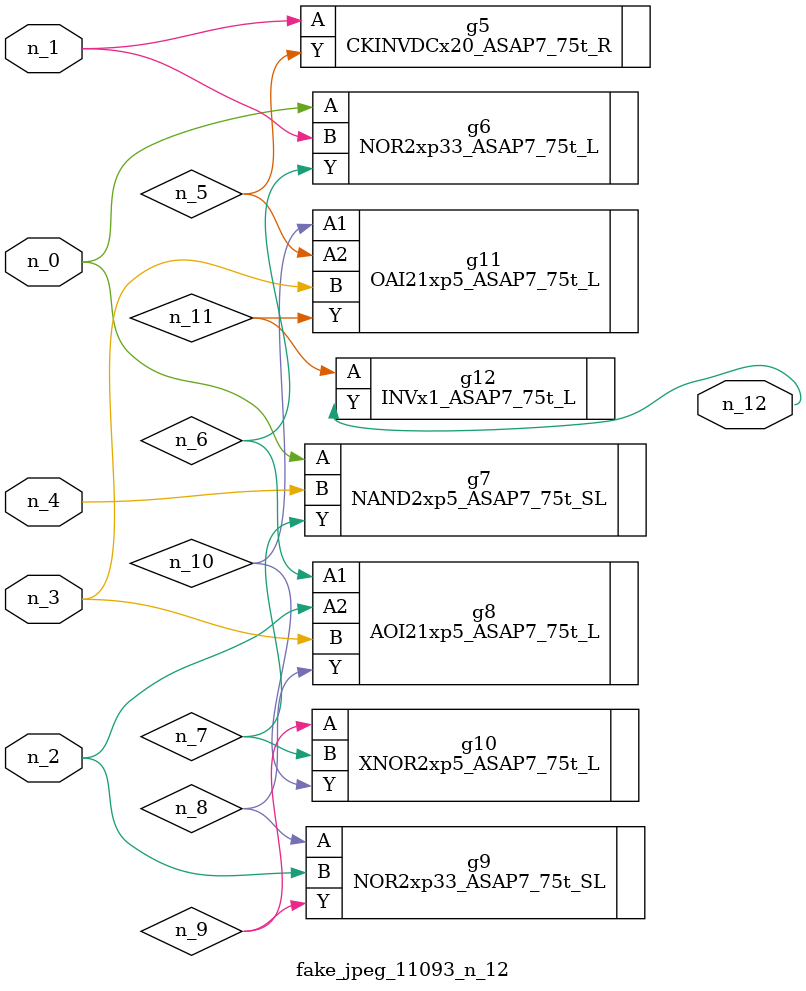
<source format=v>
module fake_jpeg_11093_n_12 (n_3, n_2, n_1, n_0, n_4, n_12);

input n_3;
input n_2;
input n_1;
input n_0;
input n_4;

output n_12;

wire n_11;
wire n_10;
wire n_8;
wire n_9;
wire n_6;
wire n_5;
wire n_7;

CKINVDCx20_ASAP7_75t_R g5 ( 
.A(n_1),
.Y(n_5)
);

NOR2xp33_ASAP7_75t_L g6 ( 
.A(n_0),
.B(n_1),
.Y(n_6)
);

NAND2xp5_ASAP7_75t_SL g7 ( 
.A(n_0),
.B(n_4),
.Y(n_7)
);

AOI21xp5_ASAP7_75t_L g8 ( 
.A1(n_6),
.A2(n_2),
.B(n_3),
.Y(n_8)
);

NOR2xp33_ASAP7_75t_SL g9 ( 
.A(n_8),
.B(n_2),
.Y(n_9)
);

XNOR2xp5_ASAP7_75t_L g10 ( 
.A(n_9),
.B(n_7),
.Y(n_10)
);

OAI21xp5_ASAP7_75t_L g11 ( 
.A1(n_10),
.A2(n_5),
.B(n_3),
.Y(n_11)
);

INVx1_ASAP7_75t_L g12 ( 
.A(n_11),
.Y(n_12)
);


endmodule
</source>
